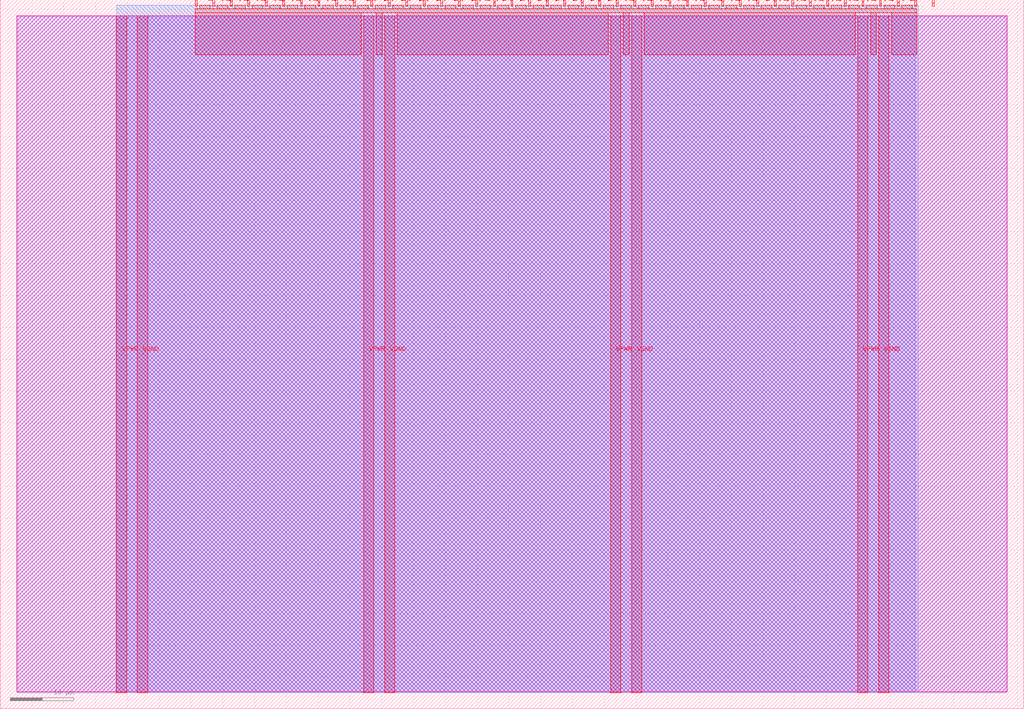
<source format=lef>
VERSION 5.7 ;
  NOWIREEXTENSIONATPIN ON ;
  DIVIDERCHAR "/" ;
  BUSBITCHARS "[]" ;
MACRO tt_um_wokwi_413471588783557633
  CLASS BLOCK ;
  FOREIGN tt_um_wokwi_413471588783557633 ;
  ORIGIN 0.000 0.000 ;
  SIZE 161.000 BY 111.520 ;
  PIN VGND
    DIRECTION INOUT ;
    USE GROUND ;
    PORT
      LAYER met4 ;
        RECT 21.580 2.480 23.180 109.040 ;
    END
    PORT
      LAYER met4 ;
        RECT 60.450 2.480 62.050 109.040 ;
    END
    PORT
      LAYER met4 ;
        RECT 99.320 2.480 100.920 109.040 ;
    END
    PORT
      LAYER met4 ;
        RECT 138.190 2.480 139.790 109.040 ;
    END
  END VGND
  PIN VPWR
    DIRECTION INOUT ;
    USE POWER ;
    PORT
      LAYER met4 ;
        RECT 18.280 2.480 19.880 109.040 ;
    END
    PORT
      LAYER met4 ;
        RECT 57.150 2.480 58.750 109.040 ;
    END
    PORT
      LAYER met4 ;
        RECT 96.020 2.480 97.620 109.040 ;
    END
    PORT
      LAYER met4 ;
        RECT 134.890 2.480 136.490 109.040 ;
    END
  END VPWR
  PIN clk
    DIRECTION INPUT ;
    USE SIGNAL ;
    ANTENNAGATEAREA 0.852000 ;
    PORT
      LAYER met4 ;
        RECT 143.830 110.520 144.130 111.520 ;
    END
  END clk
  PIN ena
    DIRECTION INPUT ;
    USE SIGNAL ;
    PORT
      LAYER met4 ;
        RECT 146.590 110.520 146.890 111.520 ;
    END
  END ena
  PIN rst_n
    DIRECTION INPUT ;
    USE SIGNAL ;
    ANTENNAGATEAREA 0.196500 ;
    PORT
      LAYER met4 ;
        RECT 141.070 110.520 141.370 111.520 ;
    END
  END rst_n
  PIN ui_in[0]
    DIRECTION INPUT ;
    USE SIGNAL ;
    ANTENNAGATEAREA 0.196500 ;
    PORT
      LAYER met4 ;
        RECT 138.310 110.520 138.610 111.520 ;
    END
  END ui_in[0]
  PIN ui_in[1]
    DIRECTION INPUT ;
    USE SIGNAL ;
    ANTENNAGATEAREA 0.159000 ;
    PORT
      LAYER met4 ;
        RECT 135.550 110.520 135.850 111.520 ;
    END
  END ui_in[1]
  PIN ui_in[2]
    DIRECTION INPUT ;
    USE SIGNAL ;
    PORT
      LAYER met4 ;
        RECT 132.790 110.520 133.090 111.520 ;
    END
  END ui_in[2]
  PIN ui_in[3]
    DIRECTION INPUT ;
    USE SIGNAL ;
    PORT
      LAYER met4 ;
        RECT 130.030 110.520 130.330 111.520 ;
    END
  END ui_in[3]
  PIN ui_in[4]
    DIRECTION INPUT ;
    USE SIGNAL ;
    PORT
      LAYER met4 ;
        RECT 127.270 110.520 127.570 111.520 ;
    END
  END ui_in[4]
  PIN ui_in[5]
    DIRECTION INPUT ;
    USE SIGNAL ;
    PORT
      LAYER met4 ;
        RECT 124.510 110.520 124.810 111.520 ;
    END
  END ui_in[5]
  PIN ui_in[6]
    DIRECTION INPUT ;
    USE SIGNAL ;
    PORT
      LAYER met4 ;
        RECT 121.750 110.520 122.050 111.520 ;
    END
  END ui_in[6]
  PIN ui_in[7]
    DIRECTION INPUT ;
    USE SIGNAL ;
    PORT
      LAYER met4 ;
        RECT 118.990 110.520 119.290 111.520 ;
    END
  END ui_in[7]
  PIN uio_in[0]
    DIRECTION INPUT ;
    USE SIGNAL ;
    PORT
      LAYER met4 ;
        RECT 116.230 110.520 116.530 111.520 ;
    END
  END uio_in[0]
  PIN uio_in[1]
    DIRECTION INPUT ;
    USE SIGNAL ;
    PORT
      LAYER met4 ;
        RECT 113.470 110.520 113.770 111.520 ;
    END
  END uio_in[1]
  PIN uio_in[2]
    DIRECTION INPUT ;
    USE SIGNAL ;
    PORT
      LAYER met4 ;
        RECT 110.710 110.520 111.010 111.520 ;
    END
  END uio_in[2]
  PIN uio_in[3]
    DIRECTION INPUT ;
    USE SIGNAL ;
    PORT
      LAYER met4 ;
        RECT 107.950 110.520 108.250 111.520 ;
    END
  END uio_in[3]
  PIN uio_in[4]
    DIRECTION INPUT ;
    USE SIGNAL ;
    PORT
      LAYER met4 ;
        RECT 105.190 110.520 105.490 111.520 ;
    END
  END uio_in[4]
  PIN uio_in[5]
    DIRECTION INPUT ;
    USE SIGNAL ;
    PORT
      LAYER met4 ;
        RECT 102.430 110.520 102.730 111.520 ;
    END
  END uio_in[5]
  PIN uio_in[6]
    DIRECTION INPUT ;
    USE SIGNAL ;
    PORT
      LAYER met4 ;
        RECT 99.670 110.520 99.970 111.520 ;
    END
  END uio_in[6]
  PIN uio_in[7]
    DIRECTION INPUT ;
    USE SIGNAL ;
    PORT
      LAYER met4 ;
        RECT 96.910 110.520 97.210 111.520 ;
    END
  END uio_in[7]
  PIN uio_oe[0]
    DIRECTION OUTPUT ;
    USE SIGNAL ;
    PORT
      LAYER met4 ;
        RECT 49.990 110.520 50.290 111.520 ;
    END
  END uio_oe[0]
  PIN uio_oe[1]
    DIRECTION OUTPUT ;
    USE SIGNAL ;
    PORT
      LAYER met4 ;
        RECT 47.230 110.520 47.530 111.520 ;
    END
  END uio_oe[1]
  PIN uio_oe[2]
    DIRECTION OUTPUT ;
    USE SIGNAL ;
    PORT
      LAYER met4 ;
        RECT 44.470 110.520 44.770 111.520 ;
    END
  END uio_oe[2]
  PIN uio_oe[3]
    DIRECTION OUTPUT ;
    USE SIGNAL ;
    PORT
      LAYER met4 ;
        RECT 41.710 110.520 42.010 111.520 ;
    END
  END uio_oe[3]
  PIN uio_oe[4]
    DIRECTION OUTPUT ;
    USE SIGNAL ;
    PORT
      LAYER met4 ;
        RECT 38.950 110.520 39.250 111.520 ;
    END
  END uio_oe[4]
  PIN uio_oe[5]
    DIRECTION OUTPUT ;
    USE SIGNAL ;
    PORT
      LAYER met4 ;
        RECT 36.190 110.520 36.490 111.520 ;
    END
  END uio_oe[5]
  PIN uio_oe[6]
    DIRECTION OUTPUT ;
    USE SIGNAL ;
    PORT
      LAYER met4 ;
        RECT 33.430 110.520 33.730 111.520 ;
    END
  END uio_oe[6]
  PIN uio_oe[7]
    DIRECTION OUTPUT ;
    USE SIGNAL ;
    PORT
      LAYER met4 ;
        RECT 30.670 110.520 30.970 111.520 ;
    END
  END uio_oe[7]
  PIN uio_out[0]
    DIRECTION OUTPUT ;
    USE SIGNAL ;
    PORT
      LAYER met4 ;
        RECT 72.070 110.520 72.370 111.520 ;
    END
  END uio_out[0]
  PIN uio_out[1]
    DIRECTION OUTPUT ;
    USE SIGNAL ;
    PORT
      LAYER met4 ;
        RECT 69.310 110.520 69.610 111.520 ;
    END
  END uio_out[1]
  PIN uio_out[2]
    DIRECTION OUTPUT ;
    USE SIGNAL ;
    PORT
      LAYER met4 ;
        RECT 66.550 110.520 66.850 111.520 ;
    END
  END uio_out[2]
  PIN uio_out[3]
    DIRECTION OUTPUT ;
    USE SIGNAL ;
    PORT
      LAYER met4 ;
        RECT 63.790 110.520 64.090 111.520 ;
    END
  END uio_out[3]
  PIN uio_out[4]
    DIRECTION OUTPUT ;
    USE SIGNAL ;
    PORT
      LAYER met4 ;
        RECT 61.030 110.520 61.330 111.520 ;
    END
  END uio_out[4]
  PIN uio_out[5]
    DIRECTION OUTPUT ;
    USE SIGNAL ;
    PORT
      LAYER met4 ;
        RECT 58.270 110.520 58.570 111.520 ;
    END
  END uio_out[5]
  PIN uio_out[6]
    DIRECTION OUTPUT ;
    USE SIGNAL ;
    PORT
      LAYER met4 ;
        RECT 55.510 110.520 55.810 111.520 ;
    END
  END uio_out[6]
  PIN uio_out[7]
    DIRECTION OUTPUT ;
    USE SIGNAL ;
    PORT
      LAYER met4 ;
        RECT 52.750 110.520 53.050 111.520 ;
    END
  END uio_out[7]
  PIN uo_out[0]
    DIRECTION OUTPUT ;
    USE SIGNAL ;
    ANTENNADIFFAREA 0.445500 ;
    PORT
      LAYER met4 ;
        RECT 94.150 110.520 94.450 111.520 ;
    END
  END uo_out[0]
  PIN uo_out[1]
    DIRECTION OUTPUT ;
    USE SIGNAL ;
    ANTENNADIFFAREA 0.795200 ;
    PORT
      LAYER met4 ;
        RECT 91.390 110.520 91.690 111.520 ;
    END
  END uo_out[1]
  PIN uo_out[2]
    DIRECTION OUTPUT ;
    USE SIGNAL ;
    ANTENNADIFFAREA 0.445500 ;
    PORT
      LAYER met4 ;
        RECT 88.630 110.520 88.930 111.520 ;
    END
  END uo_out[2]
  PIN uo_out[3]
    DIRECTION OUTPUT ;
    USE SIGNAL ;
    ANTENNADIFFAREA 0.445500 ;
    PORT
      LAYER met4 ;
        RECT 85.870 110.520 86.170 111.520 ;
    END
  END uo_out[3]
  PIN uo_out[4]
    DIRECTION OUTPUT ;
    USE SIGNAL ;
    ANTENNADIFFAREA 0.445500 ;
    PORT
      LAYER met4 ;
        RECT 83.110 110.520 83.410 111.520 ;
    END
  END uo_out[4]
  PIN uo_out[5]
    DIRECTION OUTPUT ;
    USE SIGNAL ;
    ANTENNADIFFAREA 0.445500 ;
    PORT
      LAYER met4 ;
        RECT 80.350 110.520 80.650 111.520 ;
    END
  END uo_out[5]
  PIN uo_out[6]
    DIRECTION OUTPUT ;
    USE SIGNAL ;
    ANTENNADIFFAREA 0.445500 ;
    PORT
      LAYER met4 ;
        RECT 77.590 110.520 77.890 111.520 ;
    END
  END uo_out[6]
  PIN uo_out[7]
    DIRECTION OUTPUT ;
    USE SIGNAL ;
    ANTENNADIFFAREA 0.445500 ;
    PORT
      LAYER met4 ;
        RECT 74.830 110.520 75.130 111.520 ;
    END
  END uo_out[7]
  OBS
      LAYER nwell ;
        RECT 2.570 2.635 158.430 108.990 ;
      LAYER li1 ;
        RECT 2.760 2.635 158.240 108.885 ;
      LAYER met1 ;
        RECT 2.760 2.480 158.240 109.040 ;
      LAYER met2 ;
        RECT 18.310 2.535 143.890 110.685 ;
      LAYER met3 ;
        RECT 18.290 2.555 144.370 110.665 ;
      LAYER met4 ;
        RECT 31.370 110.120 33.030 110.665 ;
        RECT 34.130 110.120 35.790 110.665 ;
        RECT 36.890 110.120 38.550 110.665 ;
        RECT 39.650 110.120 41.310 110.665 ;
        RECT 42.410 110.120 44.070 110.665 ;
        RECT 45.170 110.120 46.830 110.665 ;
        RECT 47.930 110.120 49.590 110.665 ;
        RECT 50.690 110.120 52.350 110.665 ;
        RECT 53.450 110.120 55.110 110.665 ;
        RECT 56.210 110.120 57.870 110.665 ;
        RECT 58.970 110.120 60.630 110.665 ;
        RECT 61.730 110.120 63.390 110.665 ;
        RECT 64.490 110.120 66.150 110.665 ;
        RECT 67.250 110.120 68.910 110.665 ;
        RECT 70.010 110.120 71.670 110.665 ;
        RECT 72.770 110.120 74.430 110.665 ;
        RECT 75.530 110.120 77.190 110.665 ;
        RECT 78.290 110.120 79.950 110.665 ;
        RECT 81.050 110.120 82.710 110.665 ;
        RECT 83.810 110.120 85.470 110.665 ;
        RECT 86.570 110.120 88.230 110.665 ;
        RECT 89.330 110.120 90.990 110.665 ;
        RECT 92.090 110.120 93.750 110.665 ;
        RECT 94.850 110.120 96.510 110.665 ;
        RECT 97.610 110.120 99.270 110.665 ;
        RECT 100.370 110.120 102.030 110.665 ;
        RECT 103.130 110.120 104.790 110.665 ;
        RECT 105.890 110.120 107.550 110.665 ;
        RECT 108.650 110.120 110.310 110.665 ;
        RECT 111.410 110.120 113.070 110.665 ;
        RECT 114.170 110.120 115.830 110.665 ;
        RECT 116.930 110.120 118.590 110.665 ;
        RECT 119.690 110.120 121.350 110.665 ;
        RECT 122.450 110.120 124.110 110.665 ;
        RECT 125.210 110.120 126.870 110.665 ;
        RECT 127.970 110.120 129.630 110.665 ;
        RECT 130.730 110.120 132.390 110.665 ;
        RECT 133.490 110.120 135.150 110.665 ;
        RECT 136.250 110.120 137.910 110.665 ;
        RECT 139.010 110.120 140.670 110.665 ;
        RECT 141.770 110.120 143.430 110.665 ;
        RECT 30.655 109.440 144.145 110.120 ;
        RECT 30.655 102.855 56.750 109.440 ;
        RECT 59.150 102.855 60.050 109.440 ;
        RECT 62.450 102.855 95.620 109.440 ;
        RECT 98.020 102.855 98.920 109.440 ;
        RECT 101.320 102.855 134.490 109.440 ;
        RECT 136.890 102.855 137.790 109.440 ;
        RECT 140.190 102.855 144.145 109.440 ;
  END
END tt_um_wokwi_413471588783557633
END LIBRARY


</source>
